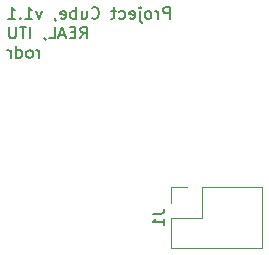
<source format=gbr>
%TF.GenerationSoftware,KiCad,Pcbnew,(5.1.10)-1*%
%TF.CreationDate,2022-01-02T17:40:11+01:00*%
%TF.ProjectId,3DESPWroverS,33444553-5057-4726-9f76-6572532e6b69,rev?*%
%TF.SameCoordinates,Original*%
%TF.FileFunction,Legend,Bot*%
%TF.FilePolarity,Positive*%
%FSLAX46Y46*%
G04 Gerber Fmt 4.6, Leading zero omitted, Abs format (unit mm)*
G04 Created by KiCad (PCBNEW (5.1.10)-1) date 2022-01-02 17:40:11*
%MOMM*%
%LPD*%
G01*
G04 APERTURE LIST*
%ADD10C,0.150000*%
%ADD11C,0.120000*%
G04 APERTURE END LIST*
D10*
X116570642Y-41093380D02*
X116570642Y-40093380D01*
X116189690Y-40093380D01*
X116094452Y-40141000D01*
X116046833Y-40188619D01*
X115999214Y-40283857D01*
X115999214Y-40426714D01*
X116046833Y-40521952D01*
X116094452Y-40569571D01*
X116189690Y-40617190D01*
X116570642Y-40617190D01*
X115570642Y-41093380D02*
X115570642Y-40426714D01*
X115570642Y-40617190D02*
X115523023Y-40521952D01*
X115475404Y-40474333D01*
X115380166Y-40426714D01*
X115284928Y-40426714D01*
X114808738Y-41093380D02*
X114903976Y-41045761D01*
X114951595Y-40998142D01*
X114999214Y-40902904D01*
X114999214Y-40617190D01*
X114951595Y-40521952D01*
X114903976Y-40474333D01*
X114808738Y-40426714D01*
X114665880Y-40426714D01*
X114570642Y-40474333D01*
X114523023Y-40521952D01*
X114475404Y-40617190D01*
X114475404Y-40902904D01*
X114523023Y-40998142D01*
X114570642Y-41045761D01*
X114665880Y-41093380D01*
X114808738Y-41093380D01*
X114046833Y-40426714D02*
X114046833Y-41283857D01*
X114094452Y-41379095D01*
X114189690Y-41426714D01*
X114237309Y-41426714D01*
X114046833Y-40093380D02*
X114094452Y-40141000D01*
X114046833Y-40188619D01*
X113999214Y-40141000D01*
X114046833Y-40093380D01*
X114046833Y-40188619D01*
X113189690Y-41045761D02*
X113284928Y-41093380D01*
X113475404Y-41093380D01*
X113570642Y-41045761D01*
X113618261Y-40950523D01*
X113618261Y-40569571D01*
X113570642Y-40474333D01*
X113475404Y-40426714D01*
X113284928Y-40426714D01*
X113189690Y-40474333D01*
X113142071Y-40569571D01*
X113142071Y-40664809D01*
X113618261Y-40760047D01*
X112284928Y-41045761D02*
X112380166Y-41093380D01*
X112570642Y-41093380D01*
X112665880Y-41045761D01*
X112713500Y-40998142D01*
X112761119Y-40902904D01*
X112761119Y-40617190D01*
X112713500Y-40521952D01*
X112665880Y-40474333D01*
X112570642Y-40426714D01*
X112380166Y-40426714D01*
X112284928Y-40474333D01*
X111999214Y-40426714D02*
X111618261Y-40426714D01*
X111856357Y-40093380D02*
X111856357Y-40950523D01*
X111808738Y-41045761D01*
X111713500Y-41093380D01*
X111618261Y-41093380D01*
X109951595Y-40998142D02*
X109999214Y-41045761D01*
X110142071Y-41093380D01*
X110237309Y-41093380D01*
X110380166Y-41045761D01*
X110475404Y-40950523D01*
X110523023Y-40855285D01*
X110570642Y-40664809D01*
X110570642Y-40521952D01*
X110523023Y-40331476D01*
X110475404Y-40236238D01*
X110380166Y-40141000D01*
X110237309Y-40093380D01*
X110142071Y-40093380D01*
X109999214Y-40141000D01*
X109951595Y-40188619D01*
X109094452Y-40426714D02*
X109094452Y-41093380D01*
X109523023Y-40426714D02*
X109523023Y-40950523D01*
X109475404Y-41045761D01*
X109380166Y-41093380D01*
X109237309Y-41093380D01*
X109142071Y-41045761D01*
X109094452Y-40998142D01*
X108618261Y-41093380D02*
X108618261Y-40093380D01*
X108618261Y-40474333D02*
X108523023Y-40426714D01*
X108332547Y-40426714D01*
X108237309Y-40474333D01*
X108189690Y-40521952D01*
X108142071Y-40617190D01*
X108142071Y-40902904D01*
X108189690Y-40998142D01*
X108237309Y-41045761D01*
X108332547Y-41093380D01*
X108523023Y-41093380D01*
X108618261Y-41045761D01*
X107332547Y-41045761D02*
X107427785Y-41093380D01*
X107618261Y-41093380D01*
X107713500Y-41045761D01*
X107761119Y-40950523D01*
X107761119Y-40569571D01*
X107713500Y-40474333D01*
X107618261Y-40426714D01*
X107427785Y-40426714D01*
X107332547Y-40474333D01*
X107284928Y-40569571D01*
X107284928Y-40664809D01*
X107761119Y-40760047D01*
X106808738Y-41045761D02*
X106808738Y-41093380D01*
X106856357Y-41188619D01*
X106903976Y-41236238D01*
X105713500Y-40426714D02*
X105475404Y-41093380D01*
X105237309Y-40426714D01*
X104332547Y-41093380D02*
X104903976Y-41093380D01*
X104618261Y-41093380D02*
X104618261Y-40093380D01*
X104713500Y-40236238D01*
X104808738Y-40331476D01*
X104903976Y-40379095D01*
X103903976Y-40998142D02*
X103856357Y-41045761D01*
X103903976Y-41093380D01*
X103951595Y-41045761D01*
X103903976Y-40998142D01*
X103903976Y-41093380D01*
X102903976Y-41093380D02*
X103475404Y-41093380D01*
X103189690Y-41093380D02*
X103189690Y-40093380D01*
X103284928Y-40236238D01*
X103380166Y-40331476D01*
X103475404Y-40379095D01*
X108999214Y-42743380D02*
X109332547Y-42267190D01*
X109570642Y-42743380D02*
X109570642Y-41743380D01*
X109189690Y-41743380D01*
X109094452Y-41791000D01*
X109046833Y-41838619D01*
X108999214Y-41933857D01*
X108999214Y-42076714D01*
X109046833Y-42171952D01*
X109094452Y-42219571D01*
X109189690Y-42267190D01*
X109570642Y-42267190D01*
X108570642Y-42219571D02*
X108237309Y-42219571D01*
X108094452Y-42743380D02*
X108570642Y-42743380D01*
X108570642Y-41743380D01*
X108094452Y-41743380D01*
X107713500Y-42457666D02*
X107237309Y-42457666D01*
X107808738Y-42743380D02*
X107475404Y-41743380D01*
X107142071Y-42743380D01*
X106332547Y-42743380D02*
X106808738Y-42743380D01*
X106808738Y-41743380D01*
X105951595Y-42695761D02*
X105951595Y-42743380D01*
X105999214Y-42838619D01*
X106046833Y-42886238D01*
X104761119Y-42743380D02*
X104761119Y-41743380D01*
X104427785Y-41743380D02*
X103856357Y-41743380D01*
X104142071Y-42743380D02*
X104142071Y-41743380D01*
X103523023Y-41743380D02*
X103523023Y-42552904D01*
X103475404Y-42648142D01*
X103427785Y-42695761D01*
X103332547Y-42743380D01*
X103142071Y-42743380D01*
X103046833Y-42695761D01*
X102999214Y-42648142D01*
X102951595Y-42552904D01*
X102951595Y-41743380D01*
X105523023Y-44393380D02*
X105523023Y-43726714D01*
X105523023Y-43917190D02*
X105475404Y-43821952D01*
X105427785Y-43774333D01*
X105332547Y-43726714D01*
X105237309Y-43726714D01*
X104761119Y-44393380D02*
X104856357Y-44345761D01*
X104903976Y-44298142D01*
X104951595Y-44202904D01*
X104951595Y-43917190D01*
X104903976Y-43821952D01*
X104856357Y-43774333D01*
X104761119Y-43726714D01*
X104618261Y-43726714D01*
X104523023Y-43774333D01*
X104475404Y-43821952D01*
X104427785Y-43917190D01*
X104427785Y-44202904D01*
X104475404Y-44298142D01*
X104523023Y-44345761D01*
X104618261Y-44393380D01*
X104761119Y-44393380D01*
X103570642Y-44393380D02*
X103570642Y-43393380D01*
X103570642Y-44345761D02*
X103665880Y-44393380D01*
X103856357Y-44393380D01*
X103951595Y-44345761D01*
X103999214Y-44298142D01*
X104046833Y-44202904D01*
X104046833Y-43917190D01*
X103999214Y-43821952D01*
X103951595Y-43774333D01*
X103856357Y-43726714D01*
X103665880Y-43726714D01*
X103570642Y-43774333D01*
X103094452Y-44393380D02*
X103094452Y-43726714D01*
X103094452Y-43917190D02*
X103046833Y-43821952D01*
X102999214Y-43774333D01*
X102903976Y-43726714D01*
X102808738Y-43726714D01*
D11*
%TO.C,J1*%
X116653000Y-55312000D02*
X116653000Y-56642000D01*
X117983000Y-55312000D02*
X116653000Y-55312000D01*
X116653000Y-57912000D02*
X116653000Y-60512000D01*
X119253000Y-57912000D02*
X116653000Y-57912000D01*
X119253000Y-55312000D02*
X119253000Y-57912000D01*
X116653000Y-60512000D02*
X124393000Y-60512000D01*
X119253000Y-55312000D02*
X124393000Y-55312000D01*
X124393000Y-55312000D02*
X124393000Y-60512000D01*
D10*
X115105380Y-57578666D02*
X115819666Y-57578666D01*
X115962523Y-57531047D01*
X116057761Y-57435809D01*
X116105380Y-57292952D01*
X116105380Y-57197714D01*
X116105380Y-58578666D02*
X116105380Y-58007238D01*
X116105380Y-58292952D02*
X115105380Y-58292952D01*
X115248238Y-58197714D01*
X115343476Y-58102476D01*
X115391095Y-58007238D01*
%TD*%
M02*

</source>
